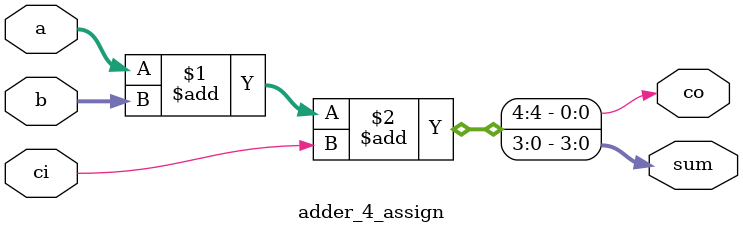
<source format=v>
module adder_4_assign (sum, co, a, b, ci);
input [3:0] a, b;
input ci;
output [3:0] sum;
output co;

assign {co, sum} = (a + b + ci);

endmodule // adder_4_assign

</source>
